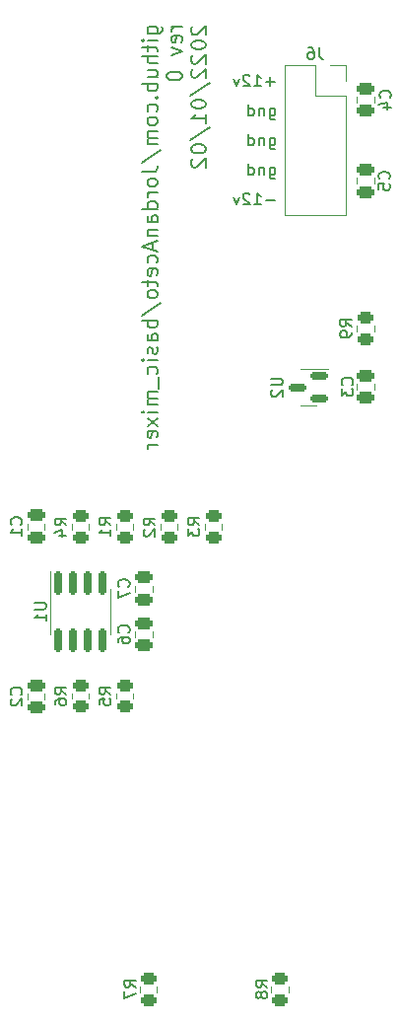
<source format=gbo>
G04 #@! TF.GenerationSoftware,KiCad,Pcbnew,6.0.0-d3dd2cf0fa~116~ubuntu20.04.1*
G04 #@! TF.CreationDate,2022-01-02T10:52:25-05:00*
G04 #@! TF.ProjectId,basic_mixer,62617369-635f-46d6-9978-65722e6b6963,0*
G04 #@! TF.SameCoordinates,Original*
G04 #@! TF.FileFunction,Legend,Bot*
G04 #@! TF.FilePolarity,Positive*
%FSLAX46Y46*%
G04 Gerber Fmt 4.6, Leading zero omitted, Abs format (unit mm)*
G04 Created by KiCad (PCBNEW 6.0.0-d3dd2cf0fa~116~ubuntu20.04.1) date 2022-01-02 10:52:25*
%MOMM*%
%LPD*%
G01*
G04 APERTURE LIST*
G04 Aperture macros list*
%AMRoundRect*
0 Rectangle with rounded corners*
0 $1 Rounding radius*
0 $2 $3 $4 $5 $6 $7 $8 $9 X,Y pos of 4 corners*
0 Add a 4 corners polygon primitive as box body*
4,1,4,$2,$3,$4,$5,$6,$7,$8,$9,$2,$3,0*
0 Add four circle primitives for the rounded corners*
1,1,$1+$1,$2,$3*
1,1,$1+$1,$4,$5*
1,1,$1+$1,$6,$7*
1,1,$1+$1,$8,$9*
0 Add four rect primitives between the rounded corners*
20,1,$1+$1,$2,$3,$4,$5,0*
20,1,$1+$1,$4,$5,$6,$7,0*
20,1,$1+$1,$6,$7,$8,$9,0*
20,1,$1+$1,$8,$9,$2,$3,0*%
G04 Aperture macros list end*
%ADD10C,0.150000*%
%ADD11C,0.200000*%
%ADD12C,0.120000*%
%ADD13C,1.800000*%
%ADD14O,2.720000X3.240000*%
%ADD15R,1.800000X1.800000*%
%ADD16RoundRect,0.250000X-0.475000X0.250000X-0.475000X-0.250000X0.475000X-0.250000X0.475000X0.250000X0*%
%ADD17RoundRect,0.250000X0.475000X-0.250000X0.475000X0.250000X-0.475000X0.250000X-0.475000X-0.250000X0*%
%ADD18RoundRect,0.250000X0.450000X-0.262500X0.450000X0.262500X-0.450000X0.262500X-0.450000X-0.262500X0*%
%ADD19RoundRect,0.250000X-0.450000X0.262500X-0.450000X-0.262500X0.450000X-0.262500X0.450000X0.262500X0*%
%ADD20RoundRect,0.150000X-0.150000X0.825000X-0.150000X-0.825000X0.150000X-0.825000X0.150000X0.825000X0*%
%ADD21R,1.700000X1.700000*%
%ADD22O,1.700000X1.700000*%
%ADD23RoundRect,0.150000X0.587500X0.150000X-0.587500X0.150000X-0.587500X-0.150000X0.587500X-0.150000X0*%
G04 APERTURE END LIST*
D10*
X141269404Y-54681428D02*
X140507500Y-54681428D01*
X139507500Y-55062380D02*
X140078928Y-55062380D01*
X139793214Y-55062380D02*
X139793214Y-54062380D01*
X139888452Y-54205238D01*
X139983690Y-54300476D01*
X140078928Y-54348095D01*
X139126547Y-54157619D02*
X139078928Y-54110000D01*
X138983690Y-54062380D01*
X138745595Y-54062380D01*
X138650357Y-54110000D01*
X138602738Y-54157619D01*
X138555119Y-54252857D01*
X138555119Y-54348095D01*
X138602738Y-54490952D01*
X139174166Y-55062380D01*
X138555119Y-55062380D01*
X138221785Y-54395714D02*
X137983690Y-55062380D01*
X137745595Y-54395714D01*
X140840833Y-51855714D02*
X140840833Y-52665238D01*
X140888452Y-52760476D01*
X140936071Y-52808095D01*
X141031309Y-52855714D01*
X141174166Y-52855714D01*
X141269404Y-52808095D01*
X140840833Y-52474761D02*
X140936071Y-52522380D01*
X141126547Y-52522380D01*
X141221785Y-52474761D01*
X141269404Y-52427142D01*
X141317023Y-52331904D01*
X141317023Y-52046190D01*
X141269404Y-51950952D01*
X141221785Y-51903333D01*
X141126547Y-51855714D01*
X140936071Y-51855714D01*
X140840833Y-51903333D01*
X140364642Y-51855714D02*
X140364642Y-52522380D01*
X140364642Y-51950952D02*
X140317023Y-51903333D01*
X140221785Y-51855714D01*
X140078928Y-51855714D01*
X139983690Y-51903333D01*
X139936071Y-51998571D01*
X139936071Y-52522380D01*
X139031309Y-52522380D02*
X139031309Y-51522380D01*
X139031309Y-52474761D02*
X139126547Y-52522380D01*
X139317023Y-52522380D01*
X139412261Y-52474761D01*
X139459880Y-52427142D01*
X139507500Y-52331904D01*
X139507500Y-52046190D01*
X139459880Y-51950952D01*
X139412261Y-51903333D01*
X139317023Y-51855714D01*
X139126547Y-51855714D01*
X139031309Y-51903333D01*
X140840833Y-49315714D02*
X140840833Y-50125238D01*
X140888452Y-50220476D01*
X140936071Y-50268095D01*
X141031309Y-50315714D01*
X141174166Y-50315714D01*
X141269404Y-50268095D01*
X140840833Y-49934761D02*
X140936071Y-49982380D01*
X141126547Y-49982380D01*
X141221785Y-49934761D01*
X141269404Y-49887142D01*
X141317023Y-49791904D01*
X141317023Y-49506190D01*
X141269404Y-49410952D01*
X141221785Y-49363333D01*
X141126547Y-49315714D01*
X140936071Y-49315714D01*
X140840833Y-49363333D01*
X140364642Y-49315714D02*
X140364642Y-49982380D01*
X140364642Y-49410952D02*
X140317023Y-49363333D01*
X140221785Y-49315714D01*
X140078928Y-49315714D01*
X139983690Y-49363333D01*
X139936071Y-49458571D01*
X139936071Y-49982380D01*
X139031309Y-49982380D02*
X139031309Y-48982380D01*
X139031309Y-49934761D02*
X139126547Y-49982380D01*
X139317023Y-49982380D01*
X139412261Y-49934761D01*
X139459880Y-49887142D01*
X139507500Y-49791904D01*
X139507500Y-49506190D01*
X139459880Y-49410952D01*
X139412261Y-49363333D01*
X139317023Y-49315714D01*
X139126547Y-49315714D01*
X139031309Y-49363333D01*
X140840833Y-46775714D02*
X140840833Y-47585238D01*
X140888452Y-47680476D01*
X140936071Y-47728095D01*
X141031309Y-47775714D01*
X141174166Y-47775714D01*
X141269404Y-47728095D01*
X140840833Y-47394761D02*
X140936071Y-47442380D01*
X141126547Y-47442380D01*
X141221785Y-47394761D01*
X141269404Y-47347142D01*
X141317023Y-47251904D01*
X141317023Y-46966190D01*
X141269404Y-46870952D01*
X141221785Y-46823333D01*
X141126547Y-46775714D01*
X140936071Y-46775714D01*
X140840833Y-46823333D01*
X140364642Y-46775714D02*
X140364642Y-47442380D01*
X140364642Y-46870952D02*
X140317023Y-46823333D01*
X140221785Y-46775714D01*
X140078928Y-46775714D01*
X139983690Y-46823333D01*
X139936071Y-46918571D01*
X139936071Y-47442380D01*
X139031309Y-47442380D02*
X139031309Y-46442380D01*
X139031309Y-47394761D02*
X139126547Y-47442380D01*
X139317023Y-47442380D01*
X139412261Y-47394761D01*
X139459880Y-47347142D01*
X139507500Y-47251904D01*
X139507500Y-46966190D01*
X139459880Y-46870952D01*
X139412261Y-46823333D01*
X139317023Y-46775714D01*
X139126547Y-46775714D01*
X139031309Y-46823333D01*
X141269404Y-44521428D02*
X140507500Y-44521428D01*
X140888452Y-44902380D02*
X140888452Y-44140476D01*
X139507500Y-44902380D02*
X140078928Y-44902380D01*
X139793214Y-44902380D02*
X139793214Y-43902380D01*
X139888452Y-44045238D01*
X139983690Y-44140476D01*
X140078928Y-44188095D01*
X139126547Y-43997619D02*
X139078928Y-43950000D01*
X138983690Y-43902380D01*
X138745595Y-43902380D01*
X138650357Y-43950000D01*
X138602738Y-43997619D01*
X138555119Y-44092857D01*
X138555119Y-44188095D01*
X138602738Y-44330952D01*
X139174166Y-44902380D01*
X138555119Y-44902380D01*
X138221785Y-44235714D02*
X137983690Y-44902380D01*
X137745595Y-44235714D01*
D11*
X130343428Y-40366666D02*
X131395809Y-40366666D01*
X131519619Y-40304761D01*
X131581523Y-40242857D01*
X131643428Y-40119047D01*
X131643428Y-39933333D01*
X131581523Y-39809523D01*
X131148190Y-40366666D02*
X131210095Y-40242857D01*
X131210095Y-39995238D01*
X131148190Y-39871428D01*
X131086285Y-39809523D01*
X130962476Y-39747619D01*
X130591047Y-39747619D01*
X130467238Y-39809523D01*
X130405333Y-39871428D01*
X130343428Y-39995238D01*
X130343428Y-40242857D01*
X130405333Y-40366666D01*
X131210095Y-40985714D02*
X130343428Y-40985714D01*
X129910095Y-40985714D02*
X129972000Y-40923809D01*
X130033904Y-40985714D01*
X129972000Y-41047619D01*
X129910095Y-40985714D01*
X130033904Y-40985714D01*
X130343428Y-41419047D02*
X130343428Y-41914285D01*
X129910095Y-41604761D02*
X131024380Y-41604761D01*
X131148190Y-41666666D01*
X131210095Y-41790476D01*
X131210095Y-41914285D01*
X131210095Y-42347619D02*
X129910095Y-42347619D01*
X131210095Y-42904761D02*
X130529142Y-42904761D01*
X130405333Y-42842857D01*
X130343428Y-42719047D01*
X130343428Y-42533333D01*
X130405333Y-42409523D01*
X130467238Y-42347619D01*
X130343428Y-44080952D02*
X131210095Y-44080952D01*
X130343428Y-43523809D02*
X131024380Y-43523809D01*
X131148190Y-43585714D01*
X131210095Y-43709523D01*
X131210095Y-43895238D01*
X131148190Y-44019047D01*
X131086285Y-44080952D01*
X131210095Y-44700000D02*
X129910095Y-44700000D01*
X130405333Y-44700000D02*
X130343428Y-44823809D01*
X130343428Y-45071428D01*
X130405333Y-45195238D01*
X130467238Y-45257142D01*
X130591047Y-45319047D01*
X130962476Y-45319047D01*
X131086285Y-45257142D01*
X131148190Y-45195238D01*
X131210095Y-45071428D01*
X131210095Y-44823809D01*
X131148190Y-44700000D01*
X131086285Y-45876190D02*
X131148190Y-45938095D01*
X131210095Y-45876190D01*
X131148190Y-45814285D01*
X131086285Y-45876190D01*
X131210095Y-45876190D01*
X131148190Y-47052380D02*
X131210095Y-46928571D01*
X131210095Y-46680952D01*
X131148190Y-46557142D01*
X131086285Y-46495238D01*
X130962476Y-46433333D01*
X130591047Y-46433333D01*
X130467238Y-46495238D01*
X130405333Y-46557142D01*
X130343428Y-46680952D01*
X130343428Y-46928571D01*
X130405333Y-47052380D01*
X131210095Y-47795238D02*
X131148190Y-47671428D01*
X131086285Y-47609523D01*
X130962476Y-47547619D01*
X130591047Y-47547619D01*
X130467238Y-47609523D01*
X130405333Y-47671428D01*
X130343428Y-47795238D01*
X130343428Y-47980952D01*
X130405333Y-48104761D01*
X130467238Y-48166666D01*
X130591047Y-48228571D01*
X130962476Y-48228571D01*
X131086285Y-48166666D01*
X131148190Y-48104761D01*
X131210095Y-47980952D01*
X131210095Y-47795238D01*
X131210095Y-48785714D02*
X130343428Y-48785714D01*
X130467238Y-48785714D02*
X130405333Y-48847619D01*
X130343428Y-48971428D01*
X130343428Y-49157142D01*
X130405333Y-49280952D01*
X130529142Y-49342857D01*
X131210095Y-49342857D01*
X130529142Y-49342857D02*
X130405333Y-49404761D01*
X130343428Y-49528571D01*
X130343428Y-49714285D01*
X130405333Y-49838095D01*
X130529142Y-49900000D01*
X131210095Y-49900000D01*
X129848190Y-51447619D02*
X131519619Y-50333333D01*
X129910095Y-52252380D02*
X130838666Y-52252380D01*
X131024380Y-52190476D01*
X131148190Y-52066666D01*
X131210095Y-51880952D01*
X131210095Y-51757142D01*
X131210095Y-53057142D02*
X131148190Y-52933333D01*
X131086285Y-52871428D01*
X130962476Y-52809523D01*
X130591047Y-52809523D01*
X130467238Y-52871428D01*
X130405333Y-52933333D01*
X130343428Y-53057142D01*
X130343428Y-53242857D01*
X130405333Y-53366666D01*
X130467238Y-53428571D01*
X130591047Y-53490476D01*
X130962476Y-53490476D01*
X131086285Y-53428571D01*
X131148190Y-53366666D01*
X131210095Y-53242857D01*
X131210095Y-53057142D01*
X131210095Y-54047619D02*
X130343428Y-54047619D01*
X130591047Y-54047619D02*
X130467238Y-54109523D01*
X130405333Y-54171428D01*
X130343428Y-54295238D01*
X130343428Y-54419047D01*
X131210095Y-55409523D02*
X129910095Y-55409523D01*
X131148190Y-55409523D02*
X131210095Y-55285714D01*
X131210095Y-55038095D01*
X131148190Y-54914285D01*
X131086285Y-54852380D01*
X130962476Y-54790476D01*
X130591047Y-54790476D01*
X130467238Y-54852380D01*
X130405333Y-54914285D01*
X130343428Y-55038095D01*
X130343428Y-55285714D01*
X130405333Y-55409523D01*
X131210095Y-56585714D02*
X130529142Y-56585714D01*
X130405333Y-56523809D01*
X130343428Y-56400000D01*
X130343428Y-56152380D01*
X130405333Y-56028571D01*
X131148190Y-56585714D02*
X131210095Y-56461904D01*
X131210095Y-56152380D01*
X131148190Y-56028571D01*
X131024380Y-55966666D01*
X130900571Y-55966666D01*
X130776761Y-56028571D01*
X130714857Y-56152380D01*
X130714857Y-56461904D01*
X130652952Y-56585714D01*
X130343428Y-57204761D02*
X131210095Y-57204761D01*
X130467238Y-57204761D02*
X130405333Y-57266666D01*
X130343428Y-57390476D01*
X130343428Y-57576190D01*
X130405333Y-57700000D01*
X130529142Y-57761904D01*
X131210095Y-57761904D01*
X130838666Y-58319047D02*
X130838666Y-58938095D01*
X131210095Y-58195238D02*
X129910095Y-58628571D01*
X131210095Y-59061904D01*
X131148190Y-60052380D02*
X131210095Y-59928571D01*
X131210095Y-59680952D01*
X131148190Y-59557142D01*
X131086285Y-59495238D01*
X130962476Y-59433333D01*
X130591047Y-59433333D01*
X130467238Y-59495238D01*
X130405333Y-59557142D01*
X130343428Y-59680952D01*
X130343428Y-59928571D01*
X130405333Y-60052380D01*
X131148190Y-61104761D02*
X131210095Y-60980952D01*
X131210095Y-60733333D01*
X131148190Y-60609523D01*
X131024380Y-60547619D01*
X130529142Y-60547619D01*
X130405333Y-60609523D01*
X130343428Y-60733333D01*
X130343428Y-60980952D01*
X130405333Y-61104761D01*
X130529142Y-61166666D01*
X130652952Y-61166666D01*
X130776761Y-60547619D01*
X130343428Y-61538095D02*
X130343428Y-62033333D01*
X129910095Y-61723809D02*
X131024380Y-61723809D01*
X131148190Y-61785714D01*
X131210095Y-61909523D01*
X131210095Y-62033333D01*
X131210095Y-62652380D02*
X131148190Y-62528571D01*
X131086285Y-62466666D01*
X130962476Y-62404761D01*
X130591047Y-62404761D01*
X130467238Y-62466666D01*
X130405333Y-62528571D01*
X130343428Y-62652380D01*
X130343428Y-62838095D01*
X130405333Y-62961904D01*
X130467238Y-63023809D01*
X130591047Y-63085714D01*
X130962476Y-63085714D01*
X131086285Y-63023809D01*
X131148190Y-62961904D01*
X131210095Y-62838095D01*
X131210095Y-62652380D01*
X129848190Y-64571428D02*
X131519619Y-63457142D01*
X131210095Y-65004761D02*
X129910095Y-65004761D01*
X130405333Y-65004761D02*
X130343428Y-65128571D01*
X130343428Y-65376190D01*
X130405333Y-65500000D01*
X130467238Y-65561904D01*
X130591047Y-65623809D01*
X130962476Y-65623809D01*
X131086285Y-65561904D01*
X131148190Y-65500000D01*
X131210095Y-65376190D01*
X131210095Y-65128571D01*
X131148190Y-65004761D01*
X131210095Y-66738095D02*
X130529142Y-66738095D01*
X130405333Y-66676190D01*
X130343428Y-66552380D01*
X130343428Y-66304761D01*
X130405333Y-66180952D01*
X131148190Y-66738095D02*
X131210095Y-66614285D01*
X131210095Y-66304761D01*
X131148190Y-66180952D01*
X131024380Y-66119047D01*
X130900571Y-66119047D01*
X130776761Y-66180952D01*
X130714857Y-66304761D01*
X130714857Y-66614285D01*
X130652952Y-66738095D01*
X131148190Y-67295238D02*
X131210095Y-67419047D01*
X131210095Y-67666666D01*
X131148190Y-67790476D01*
X131024380Y-67852380D01*
X130962476Y-67852380D01*
X130838666Y-67790476D01*
X130776761Y-67666666D01*
X130776761Y-67480952D01*
X130714857Y-67357142D01*
X130591047Y-67295238D01*
X130529142Y-67295238D01*
X130405333Y-67357142D01*
X130343428Y-67480952D01*
X130343428Y-67666666D01*
X130405333Y-67790476D01*
X131210095Y-68409523D02*
X130343428Y-68409523D01*
X129910095Y-68409523D02*
X129972000Y-68347619D01*
X130033904Y-68409523D01*
X129972000Y-68471428D01*
X129910095Y-68409523D01*
X130033904Y-68409523D01*
X131148190Y-69585714D02*
X131210095Y-69461904D01*
X131210095Y-69214285D01*
X131148190Y-69090476D01*
X131086285Y-69028571D01*
X130962476Y-68966666D01*
X130591047Y-68966666D01*
X130467238Y-69028571D01*
X130405333Y-69090476D01*
X130343428Y-69214285D01*
X130343428Y-69461904D01*
X130405333Y-69585714D01*
X131333904Y-69833333D02*
X131333904Y-70823809D01*
X131210095Y-71133333D02*
X130343428Y-71133333D01*
X130467238Y-71133333D02*
X130405333Y-71195238D01*
X130343428Y-71319047D01*
X130343428Y-71504761D01*
X130405333Y-71628571D01*
X130529142Y-71690476D01*
X131210095Y-71690476D01*
X130529142Y-71690476D02*
X130405333Y-71752380D01*
X130343428Y-71876190D01*
X130343428Y-72061904D01*
X130405333Y-72185714D01*
X130529142Y-72247619D01*
X131210095Y-72247619D01*
X131210095Y-72866666D02*
X130343428Y-72866666D01*
X129910095Y-72866666D02*
X129972000Y-72804761D01*
X130033904Y-72866666D01*
X129972000Y-72928571D01*
X129910095Y-72866666D01*
X130033904Y-72866666D01*
X131210095Y-73361904D02*
X130343428Y-74042857D01*
X130343428Y-73361904D02*
X131210095Y-74042857D01*
X131148190Y-75033333D02*
X131210095Y-74909523D01*
X131210095Y-74661904D01*
X131148190Y-74538095D01*
X131024380Y-74476190D01*
X130529142Y-74476190D01*
X130405333Y-74538095D01*
X130343428Y-74661904D01*
X130343428Y-74909523D01*
X130405333Y-75033333D01*
X130529142Y-75095238D01*
X130652952Y-75095238D01*
X130776761Y-74476190D01*
X131210095Y-75652380D02*
X130343428Y-75652380D01*
X130591047Y-75652380D02*
X130467238Y-75714285D01*
X130405333Y-75776190D01*
X130343428Y-75900000D01*
X130343428Y-76023809D01*
X133303095Y-39809523D02*
X132436428Y-39809523D01*
X132684047Y-39809523D02*
X132560238Y-39871428D01*
X132498333Y-39933333D01*
X132436428Y-40057142D01*
X132436428Y-40180952D01*
X133241190Y-41109523D02*
X133303095Y-40985714D01*
X133303095Y-40738095D01*
X133241190Y-40614285D01*
X133117380Y-40552380D01*
X132622142Y-40552380D01*
X132498333Y-40614285D01*
X132436428Y-40738095D01*
X132436428Y-40985714D01*
X132498333Y-41109523D01*
X132622142Y-41171428D01*
X132745952Y-41171428D01*
X132869761Y-40552380D01*
X132436428Y-41604761D02*
X133303095Y-41914285D01*
X132436428Y-42223809D01*
X132003095Y-43957142D02*
X132003095Y-44080952D01*
X132065000Y-44204761D01*
X132126904Y-44266666D01*
X132250714Y-44328571D01*
X132498333Y-44390476D01*
X132807857Y-44390476D01*
X133055476Y-44328571D01*
X133179285Y-44266666D01*
X133241190Y-44204761D01*
X133303095Y-44080952D01*
X133303095Y-43957142D01*
X133241190Y-43833333D01*
X133179285Y-43771428D01*
X133055476Y-43709523D01*
X132807857Y-43647619D01*
X132498333Y-43647619D01*
X132250714Y-43709523D01*
X132126904Y-43771428D01*
X132065000Y-43833333D01*
X132003095Y-43957142D01*
X134219904Y-39747619D02*
X134158000Y-39809523D01*
X134096095Y-39933333D01*
X134096095Y-40242857D01*
X134158000Y-40366666D01*
X134219904Y-40428571D01*
X134343714Y-40490476D01*
X134467523Y-40490476D01*
X134653238Y-40428571D01*
X135396095Y-39685714D01*
X135396095Y-40490476D01*
X134096095Y-41295238D02*
X134096095Y-41419047D01*
X134158000Y-41542857D01*
X134219904Y-41604761D01*
X134343714Y-41666666D01*
X134591333Y-41728571D01*
X134900857Y-41728571D01*
X135148476Y-41666666D01*
X135272285Y-41604761D01*
X135334190Y-41542857D01*
X135396095Y-41419047D01*
X135396095Y-41295238D01*
X135334190Y-41171428D01*
X135272285Y-41109523D01*
X135148476Y-41047619D01*
X134900857Y-40985714D01*
X134591333Y-40985714D01*
X134343714Y-41047619D01*
X134219904Y-41109523D01*
X134158000Y-41171428D01*
X134096095Y-41295238D01*
X134219904Y-42223809D02*
X134158000Y-42285714D01*
X134096095Y-42409523D01*
X134096095Y-42719047D01*
X134158000Y-42842857D01*
X134219904Y-42904761D01*
X134343714Y-42966666D01*
X134467523Y-42966666D01*
X134653238Y-42904761D01*
X135396095Y-42161904D01*
X135396095Y-42966666D01*
X134219904Y-43461904D02*
X134158000Y-43523809D01*
X134096095Y-43647619D01*
X134096095Y-43957142D01*
X134158000Y-44080952D01*
X134219904Y-44142857D01*
X134343714Y-44204761D01*
X134467523Y-44204761D01*
X134653238Y-44142857D01*
X135396095Y-43400000D01*
X135396095Y-44204761D01*
X134034190Y-45690476D02*
X135705619Y-44576190D01*
X134096095Y-46371428D02*
X134096095Y-46495238D01*
X134158000Y-46619047D01*
X134219904Y-46680952D01*
X134343714Y-46742857D01*
X134591333Y-46804761D01*
X134900857Y-46804761D01*
X135148476Y-46742857D01*
X135272285Y-46680952D01*
X135334190Y-46619047D01*
X135396095Y-46495238D01*
X135396095Y-46371428D01*
X135334190Y-46247619D01*
X135272285Y-46185714D01*
X135148476Y-46123809D01*
X134900857Y-46061904D01*
X134591333Y-46061904D01*
X134343714Y-46123809D01*
X134219904Y-46185714D01*
X134158000Y-46247619D01*
X134096095Y-46371428D01*
X135396095Y-48042857D02*
X135396095Y-47300000D01*
X135396095Y-47671428D02*
X134096095Y-47671428D01*
X134281809Y-47547619D01*
X134405619Y-47423809D01*
X134467523Y-47300000D01*
X134034190Y-49528571D02*
X135705619Y-48414285D01*
X134096095Y-50209523D02*
X134096095Y-50333333D01*
X134158000Y-50457142D01*
X134219904Y-50519047D01*
X134343714Y-50580952D01*
X134591333Y-50642857D01*
X134900857Y-50642857D01*
X135148476Y-50580952D01*
X135272285Y-50519047D01*
X135334190Y-50457142D01*
X135396095Y-50333333D01*
X135396095Y-50209523D01*
X135334190Y-50085714D01*
X135272285Y-50023809D01*
X135148476Y-49961904D01*
X134900857Y-49900000D01*
X134591333Y-49900000D01*
X134343714Y-49961904D01*
X134219904Y-50023809D01*
X134158000Y-50085714D01*
X134096095Y-50209523D01*
X134219904Y-51138095D02*
X134158000Y-51200000D01*
X134096095Y-51323809D01*
X134096095Y-51633333D01*
X134158000Y-51757142D01*
X134219904Y-51819047D01*
X134343714Y-51880952D01*
X134467523Y-51880952D01*
X134653238Y-51819047D01*
X135396095Y-51076190D01*
X135396095Y-51880952D01*
D10*
X128725142Y-91781333D02*
X128772761Y-91733714D01*
X128820380Y-91590857D01*
X128820380Y-91495619D01*
X128772761Y-91352761D01*
X128677523Y-91257523D01*
X128582285Y-91209904D01*
X128391809Y-91162285D01*
X128248952Y-91162285D01*
X128058476Y-91209904D01*
X127963238Y-91257523D01*
X127868000Y-91352761D01*
X127820380Y-91495619D01*
X127820380Y-91590857D01*
X127868000Y-91733714D01*
X127915619Y-91781333D01*
X127820380Y-92638476D02*
X127820380Y-92448000D01*
X127868000Y-92352761D01*
X127915619Y-92305142D01*
X128058476Y-92209904D01*
X128248952Y-92162285D01*
X128629904Y-92162285D01*
X128725142Y-92209904D01*
X128772761Y-92257523D01*
X128820380Y-92352761D01*
X128820380Y-92543238D01*
X128772761Y-92638476D01*
X128725142Y-92686095D01*
X128629904Y-92733714D01*
X128391809Y-92733714D01*
X128296571Y-92686095D01*
X128248952Y-92638476D01*
X128201333Y-92543238D01*
X128201333Y-92352761D01*
X128248952Y-92257523D01*
X128296571Y-92209904D01*
X128391809Y-92162285D01*
X119483142Y-82515333D02*
X119530761Y-82467714D01*
X119578380Y-82324857D01*
X119578380Y-82229619D01*
X119530761Y-82086761D01*
X119435523Y-81991523D01*
X119340285Y-81943904D01*
X119149809Y-81896285D01*
X119006952Y-81896285D01*
X118816476Y-81943904D01*
X118721238Y-81991523D01*
X118626000Y-82086761D01*
X118578380Y-82229619D01*
X118578380Y-82324857D01*
X118626000Y-82467714D01*
X118673619Y-82515333D01*
X119578380Y-83467714D02*
X119578380Y-82896285D01*
X119578380Y-83182000D02*
X118578380Y-83182000D01*
X118721238Y-83086761D01*
X118816476Y-82991523D01*
X118864095Y-82896285D01*
X127198380Y-97077833D02*
X126722190Y-96744500D01*
X127198380Y-96506404D02*
X126198380Y-96506404D01*
X126198380Y-96887357D01*
X126246000Y-96982595D01*
X126293619Y-97030214D01*
X126388857Y-97077833D01*
X126531714Y-97077833D01*
X126626952Y-97030214D01*
X126674571Y-96982595D01*
X126722190Y-96887357D01*
X126722190Y-96506404D01*
X126198380Y-97982595D02*
X126198380Y-97506404D01*
X126674571Y-97458785D01*
X126626952Y-97506404D01*
X126579333Y-97601642D01*
X126579333Y-97839738D01*
X126626952Y-97934976D01*
X126674571Y-97982595D01*
X126769809Y-98030214D01*
X127007904Y-98030214D01*
X127103142Y-97982595D01*
X127150761Y-97934976D01*
X127198380Y-97839738D01*
X127198380Y-97601642D01*
X127150761Y-97506404D01*
X127103142Y-97458785D01*
X128725142Y-87844333D02*
X128772761Y-87796714D01*
X128820380Y-87653857D01*
X128820380Y-87558619D01*
X128772761Y-87415761D01*
X128677523Y-87320523D01*
X128582285Y-87272904D01*
X128391809Y-87225285D01*
X128248952Y-87225285D01*
X128058476Y-87272904D01*
X127963238Y-87320523D01*
X127868000Y-87415761D01*
X127820380Y-87558619D01*
X127820380Y-87653857D01*
X127868000Y-87796714D01*
X127915619Y-87844333D01*
X127820380Y-88177666D02*
X127820380Y-88844333D01*
X128820380Y-88415761D01*
X140660380Y-122214333D02*
X140184190Y-121881000D01*
X140660380Y-121642904D02*
X139660380Y-121642904D01*
X139660380Y-122023857D01*
X139708000Y-122119095D01*
X139755619Y-122166714D01*
X139850857Y-122214333D01*
X139993714Y-122214333D01*
X140088952Y-122166714D01*
X140136571Y-122119095D01*
X140184190Y-122023857D01*
X140184190Y-121642904D01*
X140088952Y-122785761D02*
X140041333Y-122690523D01*
X139993714Y-122642904D01*
X139898476Y-122595285D01*
X139850857Y-122595285D01*
X139755619Y-122642904D01*
X139708000Y-122690523D01*
X139660380Y-122785761D01*
X139660380Y-122976238D01*
X139708000Y-123071476D01*
X139755619Y-123119095D01*
X139850857Y-123166714D01*
X139898476Y-123166714D01*
X139993714Y-123119095D01*
X140041333Y-123071476D01*
X140088952Y-122976238D01*
X140088952Y-122785761D01*
X140136571Y-122690523D01*
X140184190Y-122642904D01*
X140279428Y-122595285D01*
X140469904Y-122595285D01*
X140565142Y-122642904D01*
X140612761Y-122690523D01*
X140660380Y-122785761D01*
X140660380Y-122976238D01*
X140612761Y-123071476D01*
X140565142Y-123119095D01*
X140469904Y-123166714D01*
X140279428Y-123166714D01*
X140184190Y-123119095D01*
X140136571Y-123071476D01*
X140088952Y-122976238D01*
X147932142Y-70533333D02*
X147979761Y-70485714D01*
X148027380Y-70342857D01*
X148027380Y-70247619D01*
X147979761Y-70104761D01*
X147884523Y-70009523D01*
X147789285Y-69961904D01*
X147598809Y-69914285D01*
X147455952Y-69914285D01*
X147265476Y-69961904D01*
X147170238Y-70009523D01*
X147075000Y-70104761D01*
X147027380Y-70247619D01*
X147027380Y-70342857D01*
X147075000Y-70485714D01*
X147122619Y-70533333D01*
X147027380Y-70866666D02*
X147027380Y-71485714D01*
X147408333Y-71152380D01*
X147408333Y-71295238D01*
X147455952Y-71390476D01*
X147503571Y-71438095D01*
X147598809Y-71485714D01*
X147836904Y-71485714D01*
X147932142Y-71438095D01*
X147979761Y-71390476D01*
X148027380Y-71295238D01*
X148027380Y-71009523D01*
X147979761Y-70914285D01*
X147932142Y-70866666D01*
X123388380Y-82576333D02*
X122912190Y-82243000D01*
X123388380Y-82004904D02*
X122388380Y-82004904D01*
X122388380Y-82385857D01*
X122436000Y-82481095D01*
X122483619Y-82528714D01*
X122578857Y-82576333D01*
X122721714Y-82576333D01*
X122816952Y-82528714D01*
X122864571Y-82481095D01*
X122912190Y-82385857D01*
X122912190Y-82004904D01*
X122721714Y-83433476D02*
X123388380Y-83433476D01*
X122340761Y-83195380D02*
X123055047Y-82957285D01*
X123055047Y-83576333D01*
X120639380Y-89220095D02*
X121448904Y-89220095D01*
X121544142Y-89267714D01*
X121591761Y-89315333D01*
X121639380Y-89410571D01*
X121639380Y-89601047D01*
X121591761Y-89696285D01*
X121544142Y-89743904D01*
X121448904Y-89791523D01*
X120639380Y-89791523D01*
X121639380Y-90791523D02*
X121639380Y-90220095D01*
X121639380Y-90505809D02*
X120639380Y-90505809D01*
X120782238Y-90410571D01*
X120877476Y-90315333D01*
X120925095Y-90220095D01*
X127198380Y-82552833D02*
X126722190Y-82219500D01*
X127198380Y-81981404D02*
X126198380Y-81981404D01*
X126198380Y-82362357D01*
X126246000Y-82457595D01*
X126293619Y-82505214D01*
X126388857Y-82552833D01*
X126531714Y-82552833D01*
X126626952Y-82505214D01*
X126674571Y-82457595D01*
X126722190Y-82362357D01*
X126722190Y-81981404D01*
X127198380Y-83505214D02*
X127198380Y-82933785D01*
X127198380Y-83219500D02*
X126198380Y-83219500D01*
X126341238Y-83124261D01*
X126436476Y-83029023D01*
X126484095Y-82933785D01*
X145113333Y-41572380D02*
X145113333Y-42286666D01*
X145160952Y-42429523D01*
X145256190Y-42524761D01*
X145399047Y-42572380D01*
X145494285Y-42572380D01*
X144208571Y-41572380D02*
X144399047Y-41572380D01*
X144494285Y-41620000D01*
X144541904Y-41667619D01*
X144637142Y-41810476D01*
X144684761Y-42000952D01*
X144684761Y-42381904D01*
X144637142Y-42477142D01*
X144589523Y-42524761D01*
X144494285Y-42572380D01*
X144303809Y-42572380D01*
X144208571Y-42524761D01*
X144160952Y-42477142D01*
X144113333Y-42381904D01*
X144113333Y-42143809D01*
X144160952Y-42048571D01*
X144208571Y-42000952D01*
X144303809Y-41953333D01*
X144494285Y-41953333D01*
X144589523Y-42000952D01*
X144637142Y-42048571D01*
X144684761Y-42143809D01*
X119483142Y-97115333D02*
X119530761Y-97067714D01*
X119578380Y-96924857D01*
X119578380Y-96829619D01*
X119530761Y-96686761D01*
X119435523Y-96591523D01*
X119340285Y-96543904D01*
X119149809Y-96496285D01*
X119006952Y-96496285D01*
X118816476Y-96543904D01*
X118721238Y-96591523D01*
X118626000Y-96686761D01*
X118578380Y-96829619D01*
X118578380Y-96924857D01*
X118626000Y-97067714D01*
X118673619Y-97115333D01*
X118673619Y-97496285D02*
X118626000Y-97543904D01*
X118578380Y-97639142D01*
X118578380Y-97877238D01*
X118626000Y-97972476D01*
X118673619Y-98020095D01*
X118768857Y-98067714D01*
X118864095Y-98067714D01*
X119006952Y-98020095D01*
X119578380Y-97448666D01*
X119578380Y-98067714D01*
X123388380Y-97077833D02*
X122912190Y-96744500D01*
X123388380Y-96506404D02*
X122388380Y-96506404D01*
X122388380Y-96887357D01*
X122436000Y-96982595D01*
X122483619Y-97030214D01*
X122578857Y-97077833D01*
X122721714Y-97077833D01*
X122816952Y-97030214D01*
X122864571Y-96982595D01*
X122912190Y-96887357D01*
X122912190Y-96506404D01*
X122388380Y-97934976D02*
X122388380Y-97744500D01*
X122436000Y-97649261D01*
X122483619Y-97601642D01*
X122626476Y-97506404D01*
X122816952Y-97458785D01*
X123197904Y-97458785D01*
X123293142Y-97506404D01*
X123340761Y-97554023D01*
X123388380Y-97649261D01*
X123388380Y-97839738D01*
X123340761Y-97934976D01*
X123293142Y-97982595D01*
X123197904Y-98030214D01*
X122959809Y-98030214D01*
X122864571Y-97982595D01*
X122816952Y-97934976D01*
X122769333Y-97839738D01*
X122769333Y-97649261D01*
X122816952Y-97554023D01*
X122864571Y-97506404D01*
X122959809Y-97458785D01*
X147900380Y-65515833D02*
X147424190Y-65182500D01*
X147900380Y-64944404D02*
X146900380Y-64944404D01*
X146900380Y-65325357D01*
X146948000Y-65420595D01*
X146995619Y-65468214D01*
X147090857Y-65515833D01*
X147233714Y-65515833D01*
X147328952Y-65468214D01*
X147376571Y-65420595D01*
X147424190Y-65325357D01*
X147424190Y-64944404D01*
X147900380Y-65992023D02*
X147900380Y-66182500D01*
X147852761Y-66277738D01*
X147805142Y-66325357D01*
X147662285Y-66420595D01*
X147471809Y-66468214D01*
X147090857Y-66468214D01*
X146995619Y-66420595D01*
X146948000Y-66372976D01*
X146900380Y-66277738D01*
X146900380Y-66087261D01*
X146948000Y-65992023D01*
X146995619Y-65944404D01*
X147090857Y-65896785D01*
X147328952Y-65896785D01*
X147424190Y-65944404D01*
X147471809Y-65992023D01*
X147519428Y-66087261D01*
X147519428Y-66277738D01*
X147471809Y-66372976D01*
X147424190Y-66420595D01*
X147328952Y-66468214D01*
X140978880Y-69977095D02*
X141788404Y-69977095D01*
X141883642Y-70024714D01*
X141931261Y-70072333D01*
X141978880Y-70167571D01*
X141978880Y-70358047D01*
X141931261Y-70453285D01*
X141883642Y-70500904D01*
X141788404Y-70548523D01*
X140978880Y-70548523D01*
X141074119Y-70977095D02*
X141026500Y-71024714D01*
X140978880Y-71119952D01*
X140978880Y-71358047D01*
X141026500Y-71453285D01*
X141074119Y-71500904D01*
X141169357Y-71548523D01*
X141264595Y-71548523D01*
X141407452Y-71500904D01*
X141978880Y-70929476D01*
X141978880Y-71548523D01*
X151106142Y-52858333D02*
X151153761Y-52810714D01*
X151201380Y-52667857D01*
X151201380Y-52572619D01*
X151153761Y-52429761D01*
X151058523Y-52334523D01*
X150963285Y-52286904D01*
X150772809Y-52239285D01*
X150629952Y-52239285D01*
X150439476Y-52286904D01*
X150344238Y-52334523D01*
X150249000Y-52429761D01*
X150201380Y-52572619D01*
X150201380Y-52667857D01*
X150249000Y-52810714D01*
X150296619Y-52858333D01*
X150201380Y-53763095D02*
X150201380Y-53286904D01*
X150677571Y-53239285D01*
X150629952Y-53286904D01*
X150582333Y-53382142D01*
X150582333Y-53620238D01*
X150629952Y-53715476D01*
X150677571Y-53763095D01*
X150772809Y-53810714D01*
X151010904Y-53810714D01*
X151106142Y-53763095D01*
X151153761Y-53715476D01*
X151201380Y-53620238D01*
X151201380Y-53382142D01*
X151153761Y-53286904D01*
X151106142Y-53239285D01*
X129357380Y-122214333D02*
X128881190Y-121881000D01*
X129357380Y-121642904D02*
X128357380Y-121642904D01*
X128357380Y-122023857D01*
X128405000Y-122119095D01*
X128452619Y-122166714D01*
X128547857Y-122214333D01*
X128690714Y-122214333D01*
X128785952Y-122166714D01*
X128833571Y-122119095D01*
X128881190Y-122023857D01*
X128881190Y-121642904D01*
X128357380Y-122547666D02*
X128357380Y-123214333D01*
X129357380Y-122785761D01*
X131008380Y-82576333D02*
X130532190Y-82243000D01*
X131008380Y-82004904D02*
X130008380Y-82004904D01*
X130008380Y-82385857D01*
X130056000Y-82481095D01*
X130103619Y-82528714D01*
X130198857Y-82576333D01*
X130341714Y-82576333D01*
X130436952Y-82528714D01*
X130484571Y-82481095D01*
X130532190Y-82385857D01*
X130532190Y-82004904D01*
X130103619Y-82957285D02*
X130056000Y-83004904D01*
X130008380Y-83100142D01*
X130008380Y-83338238D01*
X130056000Y-83433476D01*
X130103619Y-83481095D01*
X130198857Y-83528714D01*
X130294095Y-83528714D01*
X130436952Y-83481095D01*
X131008380Y-82909666D01*
X131008380Y-83528714D01*
X151182342Y-45883533D02*
X151229961Y-45835914D01*
X151277580Y-45693057D01*
X151277580Y-45597819D01*
X151229961Y-45454961D01*
X151134723Y-45359723D01*
X151039485Y-45312104D01*
X150849009Y-45264485D01*
X150706152Y-45264485D01*
X150515676Y-45312104D01*
X150420438Y-45359723D01*
X150325200Y-45454961D01*
X150277580Y-45597819D01*
X150277580Y-45693057D01*
X150325200Y-45835914D01*
X150372819Y-45883533D01*
X150610914Y-46740676D02*
X151277580Y-46740676D01*
X150229961Y-46502580D02*
X150944247Y-46264485D01*
X150944247Y-46883533D01*
X134818380Y-82552833D02*
X134342190Y-82219500D01*
X134818380Y-81981404D02*
X133818380Y-81981404D01*
X133818380Y-82362357D01*
X133866000Y-82457595D01*
X133913619Y-82505214D01*
X134008857Y-82552833D01*
X134151714Y-82552833D01*
X134246952Y-82505214D01*
X134294571Y-82457595D01*
X134342190Y-82362357D01*
X134342190Y-81981404D01*
X133818380Y-82886166D02*
X133818380Y-83505214D01*
X134199333Y-83171880D01*
X134199333Y-83314738D01*
X134246952Y-83409976D01*
X134294571Y-83457595D01*
X134389809Y-83505214D01*
X134627904Y-83505214D01*
X134723142Y-83457595D01*
X134770761Y-83409976D01*
X134818380Y-83314738D01*
X134818380Y-83029023D01*
X134770761Y-82933785D01*
X134723142Y-82886166D01*
D12*
X130783000Y-91686748D02*
X130783000Y-92209252D01*
X129313000Y-91686748D02*
X129313000Y-92209252D01*
X121512000Y-82943252D02*
X121512000Y-82420748D01*
X120042000Y-82943252D02*
X120042000Y-82420748D01*
X127662000Y-97471564D02*
X127662000Y-97017436D01*
X129132000Y-97471564D02*
X129132000Y-97017436D01*
X130783000Y-87749748D02*
X130783000Y-88272252D01*
X129313000Y-87749748D02*
X129313000Y-88272252D01*
X142467000Y-122177436D02*
X142467000Y-122631564D01*
X140997000Y-122177436D02*
X140997000Y-122631564D01*
X148363000Y-70440248D02*
X148363000Y-70962752D01*
X149833000Y-70440248D02*
X149833000Y-70962752D01*
X125322000Y-82946564D02*
X125322000Y-82492436D01*
X123852000Y-82946564D02*
X123852000Y-82492436D01*
X122027000Y-89982000D02*
X122027000Y-86532000D01*
X127147000Y-89982000D02*
X127147000Y-88032000D01*
X127147000Y-89982000D02*
X127147000Y-91932000D01*
X122027000Y-89982000D02*
X122027000Y-91932000D01*
X127662000Y-82492436D02*
X127662000Y-82946564D01*
X129132000Y-82492436D02*
X129132000Y-82946564D01*
X144780000Y-45720000D02*
X144780000Y-43120000D01*
X147380000Y-45720000D02*
X144780000Y-45720000D01*
X147380000Y-45720000D02*
X147380000Y-55940000D01*
X144780000Y-43120000D02*
X142180000Y-43120000D01*
X147380000Y-43120000D02*
X146050000Y-43120000D01*
X147380000Y-44450000D02*
X147380000Y-43120000D01*
X142180000Y-43120000D02*
X142180000Y-55940000D01*
X147380000Y-55940000D02*
X142180000Y-55940000D01*
X120042000Y-97020748D02*
X120042000Y-97543252D01*
X121512000Y-97020748D02*
X121512000Y-97543252D01*
X123852000Y-97017436D02*
X123852000Y-97471564D01*
X125322000Y-97017436D02*
X125322000Y-97471564D01*
X148363000Y-65455436D02*
X148363000Y-65909564D01*
X149833000Y-65455436D02*
X149833000Y-65909564D01*
X144193500Y-69179000D02*
X143543500Y-69179000D01*
X144193500Y-72299000D02*
X143543500Y-72299000D01*
X144193500Y-69179000D02*
X145868500Y-69179000D01*
X144193500Y-72299000D02*
X144843500Y-72299000D01*
X149833000Y-52763748D02*
X149833000Y-53286252D01*
X148363000Y-52763748D02*
X148363000Y-53286252D01*
X129694000Y-122177436D02*
X129694000Y-122631564D01*
X131164000Y-122177436D02*
X131164000Y-122631564D01*
X132942000Y-82492436D02*
X132942000Y-82946564D01*
X131472000Y-82492436D02*
X131472000Y-82946564D01*
X148363000Y-45773748D02*
X148363000Y-46296252D01*
X149833000Y-45773748D02*
X149833000Y-46296252D01*
X136752000Y-82492436D02*
X136752000Y-82946564D01*
X135282000Y-82492436D02*
X135282000Y-82946564D01*
%LPC*%
D13*
X144780000Y-116970000D03*
X144780000Y-113870000D03*
X144780000Y-105570000D03*
X133350000Y-134750000D03*
X133350000Y-131650000D03*
X133350000Y-123350000D03*
D14*
X128550000Y-69970000D03*
X138150000Y-69970000D03*
D15*
X130850000Y-77470000D03*
D13*
X133350000Y-77470000D03*
X135850000Y-77470000D03*
X121920000Y-116970000D03*
X121920000Y-113870000D03*
X121920000Y-105570000D03*
X133350000Y-116970000D03*
X133350000Y-113870000D03*
X133350000Y-105570000D03*
D14*
X148310000Y-90290000D03*
X138710000Y-90290000D03*
D15*
X141010000Y-97790000D03*
D13*
X143510000Y-97790000D03*
X146010000Y-97790000D03*
X144780000Y-134750000D03*
X144780000Y-131650000D03*
X144780000Y-123350000D03*
D14*
X118390000Y-49650000D03*
X127990000Y-49650000D03*
D15*
X120690000Y-57150000D03*
D13*
X123190000Y-57150000D03*
X125690000Y-57150000D03*
D16*
X130048000Y-90998000D03*
X130048000Y-92898000D03*
D17*
X120777000Y-83632000D03*
X120777000Y-81732000D03*
D18*
X128397000Y-98157000D03*
X128397000Y-96332000D03*
D16*
X130048000Y-87061000D03*
X130048000Y-88961000D03*
D19*
X141732000Y-121492000D03*
X141732000Y-123317000D03*
D16*
X149098000Y-69751500D03*
X149098000Y-71651500D03*
D18*
X124587000Y-83632000D03*
X124587000Y-81807000D03*
D20*
X122682000Y-87507000D03*
X123952000Y-87507000D03*
X125222000Y-87507000D03*
X126492000Y-87507000D03*
X126492000Y-92457000D03*
X125222000Y-92457000D03*
X123952000Y-92457000D03*
X122682000Y-92457000D03*
D19*
X128397000Y-81807000D03*
X128397000Y-83632000D03*
D21*
X146050000Y-44450000D03*
D22*
X143510000Y-44450000D03*
X146050000Y-46990000D03*
X143510000Y-46990000D03*
X146050000Y-49530000D03*
X143510000Y-49530000D03*
X146050000Y-52070000D03*
X143510000Y-52070000D03*
X146050000Y-54610000D03*
X143510000Y-54610000D03*
D16*
X120777000Y-96332000D03*
X120777000Y-98232000D03*
D19*
X124587000Y-96332000D03*
X124587000Y-98157000D03*
X149098000Y-64770000D03*
X149098000Y-66595000D03*
D23*
X145131000Y-69789000D03*
X145131000Y-71689000D03*
X143256000Y-70739000D03*
D16*
X149098000Y-52075000D03*
X149098000Y-53975000D03*
D19*
X130429000Y-121492000D03*
X130429000Y-123317000D03*
X132207000Y-81807000D03*
X132207000Y-83632000D03*
D16*
X149098000Y-45085000D03*
X149098000Y-46985000D03*
D19*
X136017000Y-81807000D03*
X136017000Y-83632000D03*
M02*

</source>
